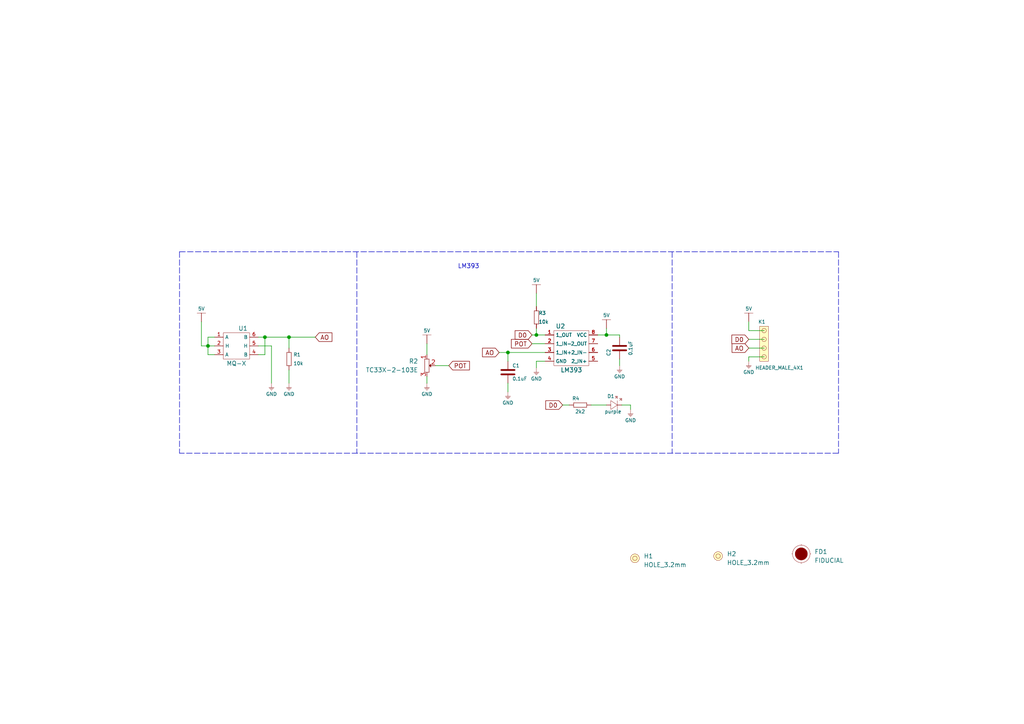
<source format=kicad_sch>
(kicad_sch (version 20210621) (generator eeschema)
  (paper "A4")
  (lib_symbols
    (symbol "e-radionica.com schematics:0402LED" (pin_numbers hide) (pin_names (offset 0.254) hide)
      (property "Reference" "D" (at -0.635 2.54 0))
      (property "Value" "0402LED" (at 0 -2.54 0))
      (symbol "0402LED_0_1"
        (polyline (pts (xy -0.635 1.27) (xy 1.27 0)) (stroke (width 0.0006)))
        (polyline (pts (xy 0.635 1.905) (xy 1.27 2.54)) (stroke (width 0.0006)))
        (polyline (pts (xy 1.27 1.27) (xy 1.27 -1.27)) (stroke (width 0.0006)))
        (polyline (pts (xy 1.905 1.27) (xy 2.54 1.905)) (stroke (width 0.0006)))
        (polyline (pts (xy -0.635 1.27) (xy -0.635 -1.27) (xy 1.27 0)) (stroke (width 0.0006)))
        (polyline (pts (xy 1.27 2.54) (xy 0.635 2.54) (xy 1.27 1.905) (xy 1.27 2.54)) (stroke (width 0.0006)))
        (polyline (pts (xy 2.54 1.905) (xy 1.905 1.905) (xy 2.54 1.27) (xy 2.54 1.905)) (stroke (width 0.0006)))
      )
      (symbol "0402LED_1_1"
        (pin passive line (at -1.905 0 0) (length 1.27) (name "A") (number "1"))
        (pin passive line (at 2.54 0 180) (length 1.27) (name "K") (number "2"))
      )
    )
    (symbol "e-radionica.com schematics:0402R" (pin_numbers hide) (pin_names (offset 0.254))
      (property "Reference" "R" (at -1.905 1.27 0))
      (property "Value" "0402R" (at 0 -1.27 0))
      (symbol "0402R_0_1"
        (rectangle (start -1.905 -0.635) (end 1.905 -0.6604) (stroke (width 0.1)))
        (rectangle (start -1.905 0.635) (end -1.8796 -0.635) (stroke (width 0.1)))
        (rectangle (start -1.905 0.635) (end 1.905 0.6096) (stroke (width 0.1)))
        (rectangle (start 1.905 0.635) (end 1.9304 -0.635) (stroke (width 0.1)))
      )
      (symbol "0402R_1_1"
        (pin passive line (at -3.175 0 0) (length 1.27) (name "~") (number "1"))
        (pin passive line (at 3.175 0 180) (length 1.27) (name "~") (number "2"))
      )
    )
    (symbol "e-radionica.com schematics:0603C" (pin_numbers hide) (pin_names (offset 0.002))
      (property "Reference" "C" (at -0.635 3.175 0))
      (property "Value" "0603C" (at 0 -3.175 0))
      (symbol "0603C_0_1"
        (polyline (pts (xy -0.635 1.905) (xy -0.635 -1.905)) (stroke (width 0.5)))
        (polyline (pts (xy 0.635 1.905) (xy 0.635 -1.905)) (stroke (width 0.5)))
      )
      (symbol "0603C_1_1"
        (pin passive line (at -3.175 0 0) (length 2.54) (name "~") (number "1"))
        (pin passive line (at 3.175 0 180) (length 2.54) (name "~") (number "2"))
      )
    )
    (symbol "e-radionica.com schematics:0603R" (pin_numbers hide) (pin_names (offset 0.254))
      (property "Reference" "R" (at -1.905 1.905 0))
      (property "Value" "0603R" (at 0 -1.905 0))
      (symbol "0603R_0_1"
        (rectangle (start -1.905 -0.635) (end 1.905 -0.6604) (stroke (width 0.1)))
        (rectangle (start -1.905 0.635) (end -1.8796 -0.635) (stroke (width 0.1)))
        (rectangle (start -1.905 0.635) (end 1.905 0.6096) (stroke (width 0.1)))
        (rectangle (start 1.905 0.635) (end 1.9304 -0.635) (stroke (width 0.1)))
      )
      (symbol "0603R_1_1"
        (pin passive line (at -3.175 0 0) (length 1.27) (name "~") (number "1"))
        (pin passive line (at 3.175 0 180) (length 1.27) (name "~") (number "2"))
      )
    )
    (symbol "e-radionica.com schematics:5V" (power) (pin_names (offset 0))
      (property "Value" "5V" (at 0 3.556 0))
      (symbol "5V_0_1"
        (polyline (pts (xy -1.27 2.54) (xy 1.27 2.54)) (stroke (width 0.0006)))
        (polyline (pts (xy 0 0) (xy 0 2.54)))
      )
      (symbol "5V_1_1"
        (pin power_in line (at 0 0 90) (length 0) hide (name "5V") (number "1"))
      )
    )
    (symbol "e-radionica.com schematics:FIDUCIAL" (in_bom no)
      (property "Reference" "FD" (at 0 3.81 0))
      (property "Value" "FIDUCIAL" (at 0 -3.81 0))
      (symbol "FIDUCIAL_0_1"
        (circle (center 0 0) (radius 2.54) (stroke (width 0.0006)))
        (circle (center 0 0) (radius 1.7961) (stroke (width 0.001)) (fill (type outline)))
        (polyline (pts (xy -2.54 0) (xy -2.794 0)) (stroke (width 0.0006)))
        (polyline (pts (xy 0 -2.54) (xy 0 -2.794)) (stroke (width 0.0006)))
        (polyline (pts (xy 0 2.54) (xy 0 2.794)) (stroke (width 0.0006)))
        (polyline (pts (xy 2.54 0) (xy 2.794 0)) (stroke (width 0.0006)))
      )
    )
    (symbol "e-radionica.com schematics:GND" (power) (pin_names (offset 0))
      (property "Value" "GND" (at 0 -2.921 0))
      (symbol "GND_0_1"
        (polyline (pts (xy -0.762 -1.27) (xy 0.762 -1.27)) (stroke (width 0.0006)))
        (polyline (pts (xy -0.635 -1.524) (xy 0.635 -1.524)) (stroke (width 0.0006)))
        (polyline (pts (xy -0.381 -1.778) (xy 0.381 -1.778)) (stroke (width 0.0006)))
        (polyline (pts (xy -0.127 -2.032) (xy 0.127 -2.032)) (stroke (width 0.0006)))
        (polyline (pts (xy 0 0) (xy 0 -1.27)) (stroke (width 0.0006)))
      )
      (symbol "GND_1_1"
        (pin power_in line (at 0 0 270) (length 0) hide (name "GND") (number "1"))
      )
    )
    (symbol "e-radionica.com schematics:HEADER_MALE_4X1" (pin_numbers hide) (pin_names hide)
      (property "Reference" "K" (at -0.635 7.62 0))
      (property "Value" "HEADER_MALE_4X1" (at 0 -5.08 0))
      (symbol "HEADER_MALE_4X1_0_1"
        (circle (center 0 -2.54) (radius 0.635) (stroke (width 0.0006)))
        (circle (center 0 0) (radius 0.635) (stroke (width 0.0006)))
        (circle (center 0 2.54) (radius 0.635) (stroke (width 0.0006)))
        (circle (center 0 5.08) (radius 0.635) (stroke (width 0.0006)))
        (rectangle (start 1.27 -3.81) (end -1.27 6.35) (stroke (width 0.001)) (fill (type background)))
      )
      (symbol "HEADER_MALE_4X1_1_1"
        (pin passive line (at 0 -2.54 180) (length 0) (name "~") (number "1"))
        (pin passive line (at 0 0 180) (length 0) (name "~") (number "2"))
        (pin passive line (at 0 2.54 180) (length 0) (name "~") (number "3"))
        (pin passive line (at 0 5.08 180) (length 0) (name "~") (number "4"))
      )
    )
    (symbol "e-radionica.com schematics:HOLE_3.2mm" (pin_numbers hide) (pin_names hide)
      (property "Reference" "H" (at 0 2.54 0))
      (property "Value" "HOLE_3.2mm" (at 0 -2.54 0))
      (symbol "HOLE_3.2mm_0_1"
        (circle (center 0 0) (radius 0.635) (stroke (width 0.0006)))
        (circle (center 0 0) (radius 1.27) (stroke (width 0.001)) (fill (type background)))
      )
    )
    (symbol "e-radionica.com schematics:LM393"
      (property "Reference" "U" (at 0 6.35 0))
      (property "Value" "LM393" (at 0 -6.35 0))
      (symbol "LM393_0_1"
        (rectangle (start -5.08 5.08) (end 5.08 -5.08) (stroke (width 0.0006)))
      )
      (symbol "LM393_1_1"
        (pin power_in line (at -7.62 3.81 0) (length 2.54) (name "1_OUT") (number "1"))
        (pin input line (at -7.62 1.27 0) (length 2.54) (name "1_IN-") (number "2"))
        (pin power_in line (at -7.62 -1.27 0) (length 2.54) (name "1_IN+") (number "3"))
        (pin passive line (at -7.62 -3.81 0) (length 2.54) (name "GND") (number "4"))
        (pin power_in line (at 7.62 -3.81 180) (length 2.54) (name "2_IN+") (number "5"))
        (pin power_in line (at 7.62 -1.27 180) (length 2.54) (name "2_IN-") (number "6"))
        (pin power_out line (at 7.62 1.27 180) (length 2.54) (name "2_OUT") (number "7"))
        (pin power_in line (at 7.62 3.81 180) (length 2.54) (name "VCC") (number "8"))
      )
    )
    (symbol "e-radionica.com schematics:MQ"
      (property "Reference" "U" (at 0 5.08 0))
      (property "Value" "MQ" (at 0 -5.08 0))
      (symbol "MQ_0_1"
        (rectangle (start -3.81 3.81) (end 3.81 -3.81) (stroke (width 0.0006)))
      )
      (symbol "MQ_1_1"
        (pin input line (at -6.35 2.54 0) (length 2.54) (name "A") (number "1"))
        (pin input line (at -6.35 0 0) (length 2.54) (name "H") (number "2"))
        (pin input line (at -6.35 -2.54 0) (length 2.54) (name "A") (number "3"))
        (pin input line (at 6.35 -2.54 180) (length 2.54) (name "B") (number "4"))
        (pin input line (at 6.35 0 180) (length 2.54) (name "H") (number "5"))
        (pin input line (at 6.35 2.54 180) (length 2.54) (name "B") (number "6"))
      )
    )
    (symbol "e-radionica.com schematics:tc33x-2-103e"
      (property "Reference" "R" (at -1.778 3.302 0))
      (property "Value" "tc33x-2-103e" (at 0 -2.54 0))
      (symbol "tc33x-2-103e_0_1"
        (rectangle (start -1.905 -0.635) (end 1.905 -0.6604) (stroke (width 0.1)))
        (rectangle (start -1.905 0.635) (end -1.8796 -0.635) (stroke (width 0.1)))
        (rectangle (start -1.905 0.635) (end 1.905 0.6096) (stroke (width 0.1)))
        (rectangle (start 1.905 0.635) (end 1.9304 -0.635) (stroke (width 0.1)))
        (polyline (pts (xy -0.4318 1.1684) (xy 0.4826 1.1684) (xy 0 0.635) (xy -0.4064 1.0922) (xy -0.4826 1.1684) (xy 0 0.7874) (xy 0.3048 1.1176) (xy -0.254 1.0668) (xy 0.0254 0.8636) (xy 0.0762 1.0414) (xy -0.0254 0.9652)) (stroke (width 0.0006)))
      )
      (symbol "tc33x-2-103e_1_1"
        (pin passive line (at -3.175 0 0) (length 1.27) (name "~") (number "1"))
        (pin passive line (at 0 2.4892 270) (length 1.27) (name "") (number "2"))
        (pin passive line (at 3.175 0.0002 180) (length 1.27) (name "~") (number "3"))
      )
    )
  )
  (junction (at 60.325 100.33) (diameter 0.9144))
  (junction (at 76.835 97.79) (diameter 0.9144))
  (junction (at 83.82 97.79) (diameter 0.9144))
  (junction (at 147.32 102.235) (diameter 0.9144))
  (junction (at 155.575 97.155) (diameter 0.9144))
  (junction (at 175.895 97.155) (diameter 0.9144))
  (wire (pts (xy 58.42 93.345) (xy 58.42 100.33)))
  (wire (pts (xy 60.325 97.79) (xy 60.325 100.33)))
  (wire (pts (xy 60.325 100.33) (xy 58.42 100.33)))
  (wire (pts (xy 60.325 100.33) (xy 60.325 102.87)))
  (wire (pts (xy 60.325 102.87) (xy 62.23 102.87)))
  (wire (pts (xy 62.23 97.79) (xy 60.325 97.79)))
  (wire (pts (xy 62.23 100.33) (xy 60.325 100.33)))
  (wire (pts (xy 74.93 97.79) (xy 76.835 97.79)))
  (wire (pts (xy 74.93 100.33) (xy 78.74 100.33)))
  (wire (pts (xy 76.835 97.79) (xy 76.835 102.87)))
  (wire (pts (xy 76.835 97.79) (xy 83.82 97.79)))
  (wire (pts (xy 76.835 102.87) (xy 74.93 102.87)))
  (wire (pts (xy 78.74 100.33) (xy 78.74 111.125)))
  (wire (pts (xy 83.82 97.79) (xy 83.82 100.965)))
  (wire (pts (xy 83.82 97.79) (xy 91.44 97.79)))
  (wire (pts (xy 83.82 107.315) (xy 83.82 111.125)))
  (wire (pts (xy 123.825 99.695) (xy 123.825 102.87)))
  (wire (pts (xy 123.825 111.125) (xy 123.8252 111.125)))
  (wire (pts (xy 123.8252 109.22) (xy 123.8252 111.125)))
  (wire (pts (xy 126.3142 106.045) (xy 130.175 106.045)))
  (wire (pts (xy 144.78 102.235) (xy 147.32 102.235)))
  (wire (pts (xy 147.32 102.235) (xy 147.32 104.775)))
  (wire (pts (xy 147.32 102.235) (xy 158.115 102.235)))
  (wire (pts (xy 147.32 111.125) (xy 147.32 113.665)))
  (wire (pts (xy 154.305 97.155) (xy 155.575 97.155)))
  (wire (pts (xy 154.305 99.695) (xy 158.115 99.695)))
  (wire (pts (xy 155.575 85.09) (xy 155.575 88.9)))
  (wire (pts (xy 155.575 95.25) (xy 155.575 97.155)))
  (wire (pts (xy 155.575 97.155) (xy 158.115 97.155)))
  (wire (pts (xy 155.575 104.775) (xy 155.575 106.68)))
  (wire (pts (xy 158.115 104.775) (xy 155.575 104.775)))
  (wire (pts (xy 163.195 117.475) (xy 165.1 117.475)))
  (wire (pts (xy 171.45 117.475) (xy 175.895 117.475)))
  (wire (pts (xy 173.355 97.155) (xy 175.895 97.155)))
  (wire (pts (xy 175.895 97.155) (xy 175.895 95.25)))
  (wire (pts (xy 179.705 97.155) (xy 175.895 97.155)))
  (wire (pts (xy 179.705 97.79) (xy 179.705 97.155)))
  (wire (pts (xy 179.705 104.14) (xy 179.705 106.045)))
  (wire (pts (xy 180.34 117.475) (xy 182.88 117.475)))
  (wire (pts (xy 182.88 117.475) (xy 182.88 118.745)))
  (wire (pts (xy 217.17 95.885) (xy 217.17 93.345)))
  (wire (pts (xy 217.17 98.425) (xy 221.615 98.425)))
  (wire (pts (xy 217.17 100.965) (xy 221.615 100.965)))
  (wire (pts (xy 217.17 103.505) (xy 217.17 104.775)))
  (wire (pts (xy 221.615 95.885) (xy 217.17 95.885)))
  (wire (pts (xy 221.615 103.505) (xy 217.17 103.505)))
  (polyline (pts (xy 52.07 73.025) (xy 52.07 131.445)) (stroke (width 0) (type dash)))
  (polyline (pts (xy 52.07 73.025) (xy 243.205 73.025)) (stroke (width 0) (type dash)))
  (polyline (pts (xy 103.505 73.025) (xy 103.505 131.445)) (stroke (width 0) (type dash)))
  (polyline (pts (xy 194.945 73.025) (xy 194.945 131.445)) (stroke (width 0) (type dash)))
  (polyline (pts (xy 243.205 73.025) (xy 243.205 131.445)) (stroke (width 0) (type dash)))
  (polyline (pts (xy 243.205 131.445) (xy 52.07 131.445)) (stroke (width 0) (type dash)))
  (text "LM393" (at 139.065 78.105 180) (effects (font (size 1.27 1.27)) (justify right bottom)))
  (global_label "AO" (shape input) (at 91.44 97.79 0) (property "Intersheet References" "${INTERSHEET_REFS}" (effects hide)))
  (global_label "POT" (shape input) (at 130.175 106.045 0) (property "Intersheet References" "${INTERSHEET_REFS}" (effects hide)))
  (global_label "AO" (shape input) (at 144.78 102.235 180) (property "Intersheet References" "${INTERSHEET_REFS}" (effects hide)))
  (global_label "D0" (shape input) (at 154.305 97.155 180) (property "Intersheet References" "${INTERSHEET_REFS}" (effects hide)))
  (global_label "POT" (shape input) (at 154.305 99.695 180) (property "Intersheet References" "${INTERSHEET_REFS}" (effects hide)))
  (global_label "D0" (shape input) (at 163.195 117.475 180) (property "Intersheet References" "${INTERSHEET_REFS}" (effects hide)))
  (global_label "D0" (shape input) (at 217.17 98.425 180) (property "Intersheet References" "${INTERSHEET_REFS}" (effects hide)))
  (global_label "AO" (shape input) (at 217.17 100.965 180) (property "Intersheet References" "${INTERSHEET_REFS}" (effects hide)))
  (symbol (lib_id "e-radionica.com schematics:GND") (at 78.74 111.125 0) (unit 1)
    (property "Reference" "#PWR0113" (effects hide))
    (property "Value" "GND" (at 78.74 114.3 0) (effects (font (size 1 1))))
  )
  (symbol (lib_id "e-radionica.com schematics:GND") (at 83.82 111.125 0) (unit 1)
    (property "Reference" "#PWR0108" (effects hide))
    (property "Value" "GND" (at 83.82 114.3 0) (effects (font (size 1 1))))
  )
  (symbol (lib_id "e-radionica.com schematics:GND") (at 123.825 111.125 0) (unit 1)
    (property "Reference" "#PWR0107" (effects hide))
    (property "Value" "GND" (at 123.825 114.3 0) (effects (font (size 1 1))))
  )
  (symbol (lib_id "e-radionica.com schematics:GND") (at 147.32 113.665 0) (unit 1)
    (property "Reference" "#PWR0112" (effects hide))
    (property "Value" "GND" (at 147.32 116.84 0) (effects (font (size 1 1))))
  )
  (symbol (lib_id "e-radionica.com schematics:GND") (at 155.575 106.68 0) (unit 1)
    (property "Reference" "#PWR0109" (effects hide))
    (property "Value" "GND" (at 155.575 109.855 0) (effects (font (size 1 1))))
  )
  (symbol (lib_id "e-radionica.com schematics:GND") (at 179.705 106.045 0) (unit 1)
    (property "Reference" "#PWR0105" (effects hide))
    (property "Value" "GND" (at 179.705 109.22 0) (effects (font (size 1 1))))
  )
  (symbol (lib_id "e-radionica.com schematics:GND") (at 182.88 118.745 0) (unit 1)
    (property "Reference" "#PWR0104" (effects hide))
    (property "Value" "GND" (at 182.88 121.92 0) (effects (font (size 1 1))))
  )
  (symbol (lib_id "e-radionica.com schematics:GND") (at 217.17 104.775 0) (unit 1)
    (property "Reference" "#PWR0106" (effects hide))
    (property "Value" "GND" (at 217.17 107.95 0) (effects (font (size 1 1))))
  )
  (symbol (lib_id "e-radionica.com schematics:HOLE_3.2mm") (at 184.15 161.925 0) (unit 1)
    (property "Reference" "H1" (at 186.69 161.2899 0) (effects (justify left)))
    (property "Value" "HOLE_3.2mm" (at 186.69 163.8299 0) (effects (justify left)))
    (property "Footprint" "e-radionica.com footprinti:HOLE_3.2mm" (effects hide))
  )
  (symbol (lib_id "e-radionica.com schematics:HOLE_3.2mm") (at 208.28 161.29 0) (unit 1)
    (property "Reference" "H2" (at 210.82 160.6549 0) (effects (justify left)))
    (property "Value" "HOLE_3.2mm" (at 210.82 163.1949 0) (effects (justify left)))
    (property "Footprint" "e-radionica.com footprinti:HOLE_3.2mm" (effects hide))
  )
  (symbol (lib_id "e-radionica.com schematics:5V") (at 58.42 93.345 0) (unit 1)
    (property "Reference" "#PWR0110" (effects hide))
    (property "Value" "5V" (at 58.42 89.535 0) (effects (font (size 1 1))))
  )
  (symbol (lib_id "e-radionica.com schematics:5V") (at 123.825 99.695 0) (unit 1)
    (property "Reference" "#PWR0101" (effects hide))
    (property "Value" "5V" (at 123.825 95.885 0) (effects (font (size 1 1))))
  )
  (symbol (lib_id "e-radionica.com schematics:5V") (at 155.575 85.09 0) (unit 1)
    (property "Reference" "#PWR0111" (effects hide))
    (property "Value" "5V" (at 155.575 81.28 0) (effects (font (size 1 1))))
  )
  (symbol (lib_id "e-radionica.com schematics:5V") (at 175.895 95.25 0) (unit 1)
    (property "Reference" "#PWR0102" (effects hide))
    (property "Value" "5V" (at 175.895 91.44 0) (effects (font (size 1 1))))
  )
  (symbol (lib_id "e-radionica.com schematics:5V") (at 217.17 93.345 0) (unit 1)
    (property "Reference" "#PWR0103" (effects hide))
    (property "Value" "5V" (at 217.17 89.535 0) (effects (font (size 1 1))))
  )
  (symbol (lib_id "e-radionica.com schematics:0603R") (at 83.82 104.14 90) (unit 1)
    (property "Reference" "R1" (at 85.09 102.87 90) (effects (font (size 1 1)) (justify right)))
    (property "Value" "10k" (at 85.09 105.41 90) (effects (font (size 1 1)) (justify right)))
    (property "Footprint" "e-radionica.com footprinti:0603R" (effects hide))
  )
  (symbol (lib_id "e-radionica.com schematics:0603R") (at 155.575 92.075 90) (unit 1)
    (property "Reference" "R3" (at 156.21 90.805 90) (effects (font (size 1 1)) (justify right)))
    (property "Value" "10k" (at 156.21 93.345 90) (effects (font (size 1 1)) (justify right)))
    (property "Footprint" "e-radionica.com footprinti:0603R" (effects hide))
  )
  (symbol (lib_id "e-radionica.com schematics:0402R") (at 168.275 117.475 0) (unit 1)
    (property "Reference" "R4" (at 167.005 115.57 0) (effects (font (size 1 1))))
    (property "Value" "2k2" (at 168.275 119.38 0) (effects (font (size 1 1))))
    (property "Footprint" "e-radionica.com footprinti:0402R" (effects hide))
  )
  (symbol (lib_id "e-radionica.com schematics:0402LED") (at 177.8 117.475 0) (unit 1)
    (property "Reference" "D1" (at 177.165 114.935 0) (effects (font (size 1 1))))
    (property "Value" "purple" (at 177.8 119.38 0) (effects (font (size 1 1))))
    (property "Footprint" "e-radionica.com footprinti:0402LED" (effects hide))
    (property "Package" "0402" (effects hide))
  )
  (symbol (lib_id "e-radionica.com schematics:tc33x-2-103e") (at 123.825 106.045 270) (unit 1)
    (property "Reference" "R2" (at 121.285 104.775 90) (effects (justify right)))
    (property "Value" "TC33X-2-103E" (at 121.285 107.315 90) (effects (justify right)))
    (property "Footprint" "e-radionica.com footprinti:tc33x-2-103e" (effects hide))
  )
  (symbol (lib_id "e-radionica.com schematics:HEADER_MALE_4X1") (at 221.615 100.965 0) (unit 1)
    (property "Reference" "K1" (at 220.98 93.345 0) (effects (font (size 1 1))))
    (property "Value" "HEADER_MALE_4X1" (at 226.06 106.68 0) (effects (font (size 1 1))))
    (property "Footprint" "e-radionica.com footprinti:HEADER_MALE_4X1" (effects hide))
  )
  (symbol (lib_id "e-radionica.com schematics:0603C") (at 147.32 107.95 90) (unit 1)
    (property "Reference" "C1" (at 148.59 106.045 90) (effects (font (size 1 1)) (justify right)))
    (property "Value" "0.1uF" (at 148.59 109.855 90) (effects (font (size 1 1)) (justify right)))
    (property "Footprint" "e-radionica.com footprinti:0603C" (effects hide))
  )
  (symbol (lib_id "e-radionica.com schematics:0603C") (at 179.705 100.965 90) (unit 1)
    (property "Reference" "C2" (at 176.53 102.235 0) (effects (font (size 1 1))))
    (property "Value" "0.1uF" (at 182.88 100.965 0) (effects (font (size 1 1))))
    (property "Footprint" "e-radionica.com footprinti:0603C" (effects hide))
  )
  (symbol (lib_id "e-radionica.com schematics:FIDUCIAL") (at 232.41 160.655 0) (unit 1) (in_bom no)
    (property "Reference" "FD1" (at 236.22 160.0199 0) (effects (justify left)))
    (property "Value" "FIDUCIAL" (at 236.22 162.5599 0) (effects (justify left)))
    (property "Footprint" "e-radionica.com footprinti:FIDUCIAL_23" (effects hide))
  )
  (symbol (lib_id "e-radionica.com schematics:MQ") (at 68.58 100.33 0) (unit 1)
    (property "Reference" "U1" (at 70.485 95.25 0))
    (property "Value" "MQ-X" (at 68.58 105.41 0))
    (property "Footprint" "e-radionica.com footprinti:MQ" (effects hide))
  )
  (symbol (lib_id "e-radionica.com schematics:LM393") (at 165.735 100.965 0) (unit 1)
    (property "Reference" "U2" (at 162.56 94.615 0))
    (property "Value" "LM393" (at 165.735 107.315 0))
    (property "Footprint" "e-radionica.com footprinti:SOIC−8" (effects hide))
  )
)
</source>
